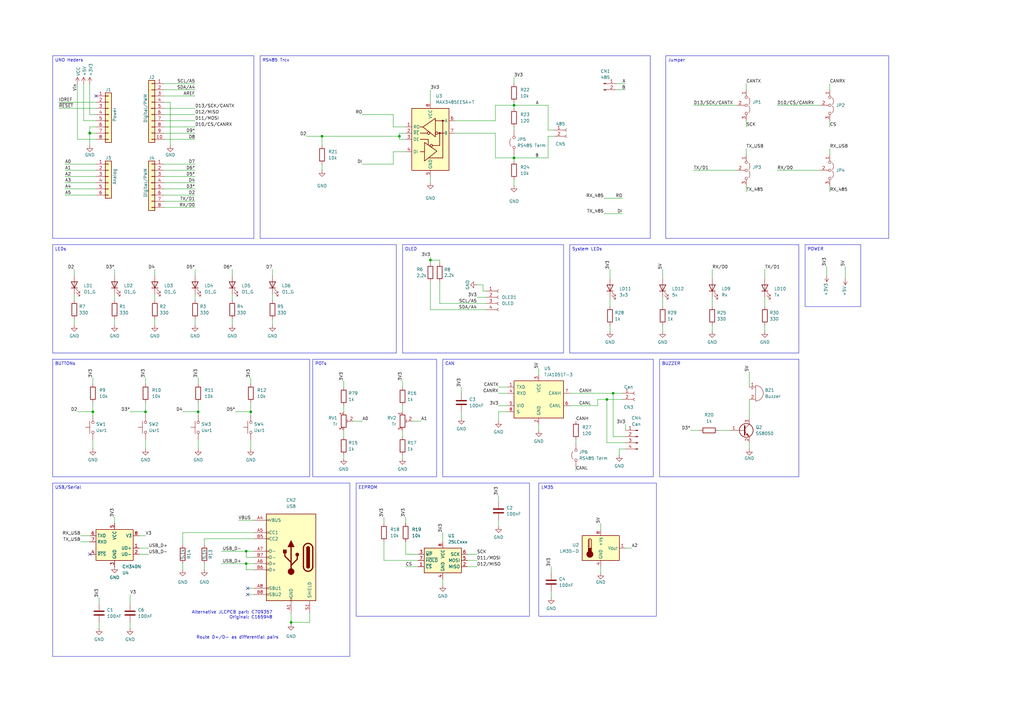
<source format=kicad_sch>
(kicad_sch (version 20250114) (generator "eeschema") (generator_version "9.0")
  (paper "A3")
  (title_block (date "mar. 31 mars 2015"))
  (text "Route D+/D- as differential pairs" (at 114.3 262.255 0) (effects (font (size 1.27 1.27)) (justify right bottom)))
  (text "Alternative JLCPCB part: C709357\nOriginal: C165948" (at 111.76 254 0) (effects (font (size 1.27 1.27)) (justify right bottom)))
  (text_box "System LEDs" (at 233.68 100.33 0) (size 93.98 44.45) (margins 0.9525 0.9525 0.9525 0.9525) (effects (font (size 1.27 1.27)) (justify left top)))
  (text_box "LEDs" (at 21.59 100.33 0) (size 140.97 44.45) (margins 0.9525 0.9525 0.9525 0.9525) (effects (font (size 1.27 1.27)) (justify left top)))
  (text_box "LM35" (at 220.98 198.12 0) (size 48.26 54.61) (margins 0.9525 0.9525 0.9525 0.9525) (effects (font (size 1.27 1.27)) (justify left top)))
  (text_box "CAN" (at 181.61 147.32 0) (size 86.36 48.26) (margins 0.9525 0.9525 0.9525 0.9525) (effects (font (size 1.27 1.27)) (justify left top)))
  (text_box "OLED" (at 165.1 100.33 0) (size 66.04 44.45) (margins 0.9525 0.9525 0.9525 0.9525) (effects (font (size 1.27 1.27)) (justify left top)))
  (text_box "EEPROM" (at 146.05 198.12 0) (size 71.12 54.61) (margins 0.9525 0.9525 0.9525 0.9525) (effects (font (size 1.27 1.27)) (justify left top)))
  (text_box "RS485 Trcv" (at 106.68 22.86 0) (size 160.02 74.93) (margins 0.9525 0.9525 0.9525 0.9525) (effects (font (size 1.27 1.27)) (justify left top)))
  (text_box "Jumper" (at 273.05 22.86 0) (size 91.44 74.93) (margins 0.9525 0.9525 0.9525 0.9525) (effects (font (size 1.27 1.27)) (justify left top)))
  (text_box "BUZZER" (at 270.51 147.32 0) (size 57.15 48.26) (margins 0.9525 0.9525 0.9525 0.9525) (effects (font (size 1.27 1.27)) (justify left top)))
  (text_box "POTs" (at 128.27 147.32 0) (size 50.8 48.26) (margins 0.9525 0.9525 0.9525 0.9525) (effects (font (size 1.27 1.27)) (justify left top)))
  (text_box "POWER" (at 330.2 100.33 0) (size 22.86 25.4) (margins 0.9525 0.9525 0.9525 0.9525) (effects (font (size 1.27 1.27)) (justify left top)))
  (text_box "UNO Heders" (at 21.59 22.86 0) (size 82.55 74.93) (margins 0.9525 0.9525 0.9525 0.9525) (effects (font (size 1.27 1.27)) (justify left top)))
  (text_box "USB/Serial" (at 21.59 198.12 0) (size 121.92 71.12) (margins 0.9525 0.9525 0.9525 0.9525) (effects (font (size 1.27 1.27)) (justify left top)))
  (text_box "BUTTONs" (at 21.59 147.32 0) (size 105.41 48.26) (margins 0.9525 0.9525 0.9525 0.9525) (effects (font (size 1.27 1.27)) (justify left top)))
  (junction (at 210.82 43.18))
  (junction (at 102.87 168.91))
  (junction (at 36.83 54.61) (diameter 1.016))
  (junction (at 100.965 226.06))
  (junction (at 210.82 64.77))
  (junction (at 81.28 168.91))
  (junction (at 100.965 231.14))
  (junction (at 248.92 163.83))
  (junction (at 132.08 55.88))
  (junction (at 119.38 255.27))
  (junction (at 38.1 168.91))
  (junction (at 251.46 161.29))
  (junction (at 176.53 106.68))
  (junction (at 59.69 168.91))
  (junction (at 163.83 55.88))
  (no_connect (at 36.83 227.33))
  (no_connect (at 101.6 241.3))
  (no_connect (at 39.37 39.37))
  (no_connect (at 101.6 243.84))
  (wire (pts (xy 271.78 133.35) (xy 271.78 135.89)))
  (wire (pts (xy 251.46 161.29) (xy 255.27 161.29)))
  (wire (pts (xy 67.31 85.09) (xy 80.01 85.09)))
  (wire (pts (xy 166.37 212.09) (xy 166.37 214.63)))
  (wire (pts (xy 59.69 154.94) (xy 59.69 157.48)))
  (wire (pts (xy 67.31 52.07) (xy 80.01 52.07)))
  (wire (pts (xy 210.82 52.07) (xy 210.82 53.34)))
  (wire (pts (xy 306.07 49.53) (xy 306.07 52.07)))
  (wire (pts (xy 67.31 34.29) (xy 80.01 34.29)))
  (wire (pts (xy 38.1 165.1) (xy 38.1 168.91)))
  (wire (pts (xy 111.76 130.81) (xy 111.76 133.35)))
  (wire (pts (xy 166.37 57.15) (xy 163.83 57.15)))
  (wire (pts (xy 294.64 176.53) (xy 299.72 176.53)))
  (wire (pts (xy 204.47 168.91) (xy 204.47 172.72)))
  (wire (pts (xy 104.14 218.44) (xy 74.93 218.44)))
  (wire (pts (xy 40.64 255.27) (xy 40.64 257.81)))
  (wire (pts (xy 119.38 255.27) (xy 119.38 255.905)))
  (wire (pts (xy 38.1 154.94) (xy 38.1 157.48)))
  (wire (pts (xy 247.65 87.63) (xy 255.27 87.63)))
  (wire (pts (xy 198.12 116.84) (xy 195.58 116.84)))
  (wire (pts (xy 30.48 120.65) (xy 30.48 123.19)))
  (wire (pts (xy 104.14 243.84) (xy 101.6 243.84)))
  (wire (pts (xy 36.83 52.07) (xy 36.83 54.61)))
  (wire (pts (xy 248.92 181.61) (xy 256.54 181.61)))
  (wire (pts (xy 246.38 214.63) (xy 246.38 217.17)))
  (wire (pts (xy 165.1 176.53) (xy 165.1 179.07)))
  (wire (pts (xy 26.67 80.01) (xy 39.37 80.01)))
  (wire (pts (xy 224.79 53.34) (xy 227.33 53.34)))
  (wire (pts (xy 210.82 73.66) (xy 210.82 76.2)))
  (wire (pts (xy 74.93 231.14) (xy 74.93 233.68)))
  (wire (pts (xy 292.1 121.92) (xy 292.1 125.73)))
  (wire (pts (xy 97.79 213.36) (xy 104.14 213.36)))
  (wire (pts (xy 251.46 161.29) (xy 251.46 179.07)))
  (wire (pts (xy 256.54 173.99) (xy 256.54 176.53)))
  (wire (pts (xy 224.79 55.88) (xy 227.33 55.88)))
  (wire (pts (xy 80.01 110.49) (xy 80.01 113.03)))
  (wire (pts (xy 132.08 55.88) (xy 132.08 59.69)))
  (wire (pts (xy 36.83 54.61) (xy 36.83 59.69)))
  (wire (pts (xy 340.36 60.96) (xy 340.36 63.5)))
  (wire (pts (xy 346.71 109.22) (xy 346.71 114.3)))
  (wire (pts (xy 140.97 186.69) (xy 140.97 187.96)))
  (wire (pts (xy 36.83 46.99) (xy 39.37 46.99)))
  (wire (pts (xy 247.65 81.28) (xy 255.27 81.28)))
  (wire (pts (xy 226.06 242.57) (xy 226.06 245.11)))
  (wire (pts (xy 59.69 168.91) (xy 59.69 170.18)))
  (wire (pts (xy 46.99 130.81) (xy 46.99 133.35)))
  (wire (pts (xy 186.69 49.53) (xy 203.2 49.53)))
  (wire (pts (xy 306.07 60.96) (xy 306.07 63.5)))
  (wire (pts (xy 224.79 43.18) (xy 224.79 53.34)))
  (wire (pts (xy 34.29 49.53) (xy 39.37 49.53)))
  (wire (pts (xy 203.2 49.53) (xy 203.2 43.18)))
  (wire (pts (xy 246.38 232.41) (xy 246.38 234.95)))
  (wire (pts (xy 34.29 34.29) (xy 34.29 49.53)))
  (wire (pts (xy 102.87 168.91) (xy 102.87 170.18)))
  (wire (pts (xy 102.87 154.94) (xy 102.87 157.48)))
  (wire (pts (xy 132.08 55.88) (xy 125.73 55.88)))
  (wire (pts (xy 236.22 180.34) (xy 236.22 181.61)))
  (wire (pts (xy 180.34 115.57) (xy 180.34 124.46)))
  (wire (pts (xy 195.58 121.92) (xy 199.39 121.92)))
  (wire (pts (xy 81.28 165.1) (xy 81.28 168.91)))
  (wire (pts (xy 248.92 163.83) (xy 255.27 163.83)))
  (wire (pts (xy 104.14 231.14) (xy 100.965 231.14)))
  (wire (pts (xy 166.37 227.33) (xy 166.37 222.25)))
  (wire (pts (xy 67.31 44.45) (xy 80.01 44.45)))
  (wire (pts (xy 203.2 43.18) (xy 210.82 43.18)))
  (wire (pts (xy 102.87 165.1) (xy 102.87 168.91)))
  (wire (pts (xy 36.83 34.29) (xy 36.83 46.99)))
  (wire (pts (xy 67.31 67.31) (xy 80.01 67.31)))
  (wire (pts (xy 144.78 172.72) (xy 148.59 172.72)))
  (wire (pts (xy 119.38 251.46) (xy 119.38 255.27)))
  (wire (pts (xy 39.37 67.31) (xy 26.67 67.31)))
  (wire (pts (xy 81.28 154.94) (xy 81.28 157.48)))
  (wire (pts (xy 318.77 43.18) (xy 336.55 43.18)))
  (wire (pts (xy 220.98 151.13) (xy 220.98 153.67)))
  (wire (pts (xy 67.31 46.99) (xy 80.01 46.99)))
  (wire (pts (xy 163.83 55.88) (xy 132.08 55.88)))
  (wire (pts (xy 57.15 219.71) (xy 59.69 219.71)))
  (wire (pts (xy 67.31 69.85) (xy 80.01 69.85)))
  (wire (pts (xy 306.07 76.2) (xy 306.07 78.74)))
  (wire (pts (xy 140.97 156.21) (xy 140.97 158.75)))
  (wire (pts (xy 157.48 212.09) (xy 157.48 214.63)))
  (wire (pts (xy 203.2 54.61) (xy 203.2 64.77)))
  (wire (pts (xy 166.37 54.61) (xy 163.83 54.61)))
  (wire (pts (xy 233.68 161.29) (xy 251.46 161.29)))
  (wire (pts (xy 176.53 105.41) (xy 176.53 106.68)))
  (wire (pts (xy 245.11 163.83) (xy 248.92 163.83)))
  (wire (pts (xy 224.79 64.77) (xy 224.79 55.88)))
  (wire (pts (xy 284.48 43.18) (xy 302.26 43.18)))
  (wire (pts (xy 80.01 120.65) (xy 80.01 123.19)))
  (wire (pts (xy 38.1 168.91) (xy 38.1 170.18)))
  (wire (pts (xy 46.99 110.49) (xy 46.99 113.03)))
  (wire (pts (xy 104.14 241.3) (xy 101.6 241.3)))
  (wire (pts (xy 132.08 67.31) (xy 132.08 69.85)))
  (wire (pts (xy 292.1 133.35) (xy 292.1 135.89)))
  (wire (pts (xy 57.15 224.79) (xy 60.96 224.79)))
  (wire (pts (xy 100.965 226.06) (xy 104.14 226.06)))
  (wire (pts (xy 210.82 64.77) (xy 224.79 64.77)))
  (wire (pts (xy 245.11 166.37) (xy 245.11 163.83)))
  (wire (pts (xy 67.31 54.61) (xy 80.01 54.61)))
  (wire (pts (xy 176.53 72.39) (xy 176.53 74.93)))
  (wire (pts (xy 100.965 226.06) (xy 90.805 226.06)))
  (wire (pts (xy 59.69 180.34) (xy 59.69 184.15)))
  (wire (pts (xy 161.29 67.31) (xy 161.29 62.23)))
  (wire (pts (xy 30.48 130.81) (xy 30.48 133.35)))
  (wire (pts (xy 313.69 121.92) (xy 313.69 125.73)))
  (wire (pts (xy 80.01 130.81) (xy 80.01 133.35)))
  (wire (pts (xy 46.99 120.65) (xy 46.99 123.19)))
  (wire (pts (xy 67.31 74.93) (xy 80.01 74.93)))
  (wire (pts (xy 204.47 203.2) (xy 204.47 205.74)))
  (wire (pts (xy 81.28 180.34) (xy 81.28 184.15)))
  (wire (pts (xy 252.73 36.83) (xy 256.54 36.83)))
  (wire (pts (xy 100.965 233.68) (xy 104.14 233.68)))
  (wire (pts (xy 30.48 110.49) (xy 30.48 113.03)))
  (wire (pts (xy 57.15 227.33) (xy 60.96 227.33)))
  (wire (pts (xy 24.13 41.91) (xy 39.37 41.91)))
  (wire (pts (xy 176.53 127) (xy 199.39 127)))
  (wire (pts (xy 95.25 120.65) (xy 95.25 123.19)))
  (wire (pts (xy 104.14 228.6) (xy 100.965 228.6)))
  (wire (pts (xy 63.5 120.65) (xy 63.5 123.19)))
  (wire (pts (xy 165.1 166.37) (xy 165.1 168.91)))
  (wire (pts (xy 236.22 191.77) (xy 236.22 193.04)))
  (wire (pts (xy 340.36 34.29) (xy 340.36 36.83)))
  (wire (pts (xy 204.47 161.29) (xy 208.28 161.29)))
  (wire (pts (xy 313.69 133.35) (xy 313.69 135.89)))
  (wire (pts (xy 339.09 109.22) (xy 339.09 113.03)))
  (wire (pts (xy 31.75 168.91) (xy 38.1 168.91)))
  (wire (pts (xy 102.87 180.34) (xy 102.87 184.15)))
  (wire (pts (xy 111.76 110.49) (xy 111.76 113.03)))
  (wire (pts (xy 69.85 41.91) (xy 69.85 59.69)))
  (wire (pts (xy 191.77 229.87) (xy 195.58 229.87)))
  (wire (pts (xy 74.93 168.91) (xy 81.28 168.91)))
  (wire (pts (xy 140.97 166.37) (xy 140.97 168.91)))
  (wire (pts (xy 204.47 166.37) (xy 208.28 166.37)))
  (wire (pts (xy 226.06 232.41) (xy 226.06 234.95)))
  (wire (pts (xy 191.77 227.33) (xy 195.58 227.33)))
  (wire (pts (xy 53.34 255.27) (xy 53.34 257.81)))
  (wire (pts (xy 210.82 43.18) (xy 210.82 44.45)))
  (wire (pts (xy 250.19 110.49) (xy 250.19 114.3)))
  (wire (pts (xy 198.12 119.38) (xy 198.12 116.84)))
  (wire (pts (xy 67.31 39.37) (xy 80.01 39.37)))
  (wire (pts (xy 189.23 158.75) (xy 189.23 161.29)))
  (wire (pts (xy 39.37 72.39) (xy 26.67 72.39)))
  (wire (pts (xy 248.92 163.83) (xy 248.92 181.61)))
  (wire (pts (xy 24.13 44.45) (xy 39.37 44.45)))
  (wire (pts (xy 233.68 166.37) (xy 245.11 166.37)))
  (wire (pts (xy 100.965 228.6) (xy 100.965 226.06)))
  (wire (pts (xy 307.34 181.61) (xy 307.34 184.15)))
  (wire (pts (xy 39.37 54.61) (xy 36.83 54.61)))
  (wire (pts (xy 163.83 57.15) (xy 163.83 55.88)))
  (wire (pts (xy 171.45 229.87) (xy 157.48 229.87)))
  (wire (pts (xy 271.78 110.49) (xy 271.78 114.3)))
  (wire (pts (xy 252.73 34.29) (xy 256.54 34.29)))
  (wire (pts (xy 81.28 168.91) (xy 81.28 170.18)))
  (wire (pts (xy 63.5 130.81) (xy 63.5 133.35)))
  (wire (pts (xy 203.2 64.77) (xy 210.82 64.77)))
  (wire (pts (xy 74.93 218.44) (xy 74.93 223.52)))
  (wire (pts (xy 165.1 186.69) (xy 165.1 187.96)))
  (wire (pts (xy 127 251.46) (xy 127 255.27)))
  (wire (pts (xy 46.99 212.09) (xy 46.99 214.63)))
  (wire (pts (xy 104.14 220.98) (xy 83.82 220.98)))
  (wire (pts (xy 271.78 121.92) (xy 271.78 125.73)))
  (wire (pts (xy 39.37 57.15) (xy 31.75 57.15)))
  (wire (pts (xy 307.34 152.4) (xy 307.34 158.75)))
  (wire (pts (xy 250.19 133.35) (xy 250.19 135.89)))
  (wire (pts (xy 176.53 36.83) (xy 176.53 41.91)))
  (wire (pts (xy 166.37 232.41) (xy 171.45 232.41)))
  (wire (pts (xy 165.1 156.21) (xy 165.1 158.75)))
  (wire (pts (xy 26.67 69.85) (xy 39.37 69.85)))
  (wire (pts (xy 111.76 120.65) (xy 111.76 123.19)))
  (wire (pts (xy 176.53 106.68) (xy 176.53 107.95)))
  (wire (pts (xy 38.1 180.34) (xy 38.1 184.15)))
  (wire (pts (xy 161.29 62.23) (xy 166.37 62.23)))
  (wire (pts (xy 176.53 115.57) (xy 176.53 127)))
  (wire (pts (xy 63.5 110.49) (xy 63.5 113.03)))
  (wire (pts (xy 163.83 54.61) (xy 163.83 55.88)))
  (wire (pts (xy 96.52 168.91) (xy 102.87 168.91)))
  (wire (pts (xy 250.19 121.92) (xy 250.19 125.73)))
  (wire (pts (xy 340.36 49.53) (xy 340.36 52.07)))
  (wire (pts (xy 67.31 41.91) (xy 69.85 41.91)))
  (wire (pts (xy 33.02 219.71) (xy 36.83 219.71)))
  (wire (pts (xy 39.37 52.07) (xy 36.83 52.07)))
  (wire (pts (xy 148.59 46.99) (xy 161.29 46.99)))
  (wire (pts (xy 157.48 229.87) (xy 157.48 222.25)))
  (wire (pts (xy 340.36 76.2) (xy 340.36 78.74)))
  (wire (pts (xy 67.31 49.53) (xy 80.01 49.53)))
  (wire (pts (xy 180.34 124.46) (xy 199.39 124.46)))
  (wire (pts (xy 199.39 119.38) (xy 198.12 119.38)))
  (wire (pts (xy 67.31 72.39) (xy 80.01 72.39)))
  (wire (pts (xy 204.47 158.75) (xy 208.28 158.75)))
  (wire (pts (xy 26.67 74.93) (xy 39.37 74.93)))
  (wire (pts (xy 254 184.15) (xy 254 186.69)))
  (wire (pts (xy 53.34 243.84) (xy 53.34 247.65)))
  (wire (pts (xy 204.47 213.36) (xy 204.47 215.9)))
  (wire (pts (xy 318.77 69.85) (xy 336.55 69.85)))
  (wire (pts (xy 313.69 110.49) (xy 313.69 114.3)))
  (wire (pts (xy 180.34 107.95) (xy 180.34 106.68)))
  (wire (pts (xy 292.1 110.49) (xy 292.1 114.3)))
  (wire (pts (xy 161.29 52.07) (xy 166.37 52.07)))
  (wire (pts (xy 283.21 176.53) (xy 287.02 176.53)))
  (wire (pts (xy 171.45 227.33) (xy 166.37 227.33)))
  (wire (pts (xy 181.61 237.49) (xy 181.61 240.03)))
  (wire (pts (xy 40.64 245.11) (xy 40.64 247.65)))
  (wire (pts (xy 168.91 172.72) (xy 172.72 172.72)))
  (wire (pts (xy 251.46 179.07) (xy 256.54 179.07)))
  (wire (pts (xy 67.31 36.83) (xy 80.01 36.83)))
  (wire (pts (xy 95.25 110.49) (xy 95.25 113.03)))
  (wire (pts (xy 67.31 80.01) (xy 80.01 80.01)))
  (wire (pts (xy 67.31 77.47) (xy 80.01 77.47)))
  (wire (pts (xy 59.69 165.1) (xy 59.69 168.91)))
  (wire (pts (xy 307.34 163.83) (xy 307.34 171.45)))
  (wire (pts (xy 53.34 168.91) (xy 59.69 168.91)))
  (wire (pts (xy 189.23 168.91) (xy 189.23 171.45)))
  (wire (pts (xy 306.07 34.29) (xy 306.07 36.83)))
  (wire (pts (xy 148.59 67.31) (xy 161.29 67.31)))
  (wire (pts (xy 210.82 31.75) (xy 210.82 34.29)))
  (wire (pts (xy 140.97 176.53) (xy 140.97 179.07)))
  (wire (pts (xy 83.82 231.14) (xy 83.82 233.68)))
  (wire (pts (xy 210.82 64.77) (xy 210.82 66.04)))
  (wire (pts (xy 161.29 46.99) (xy 161.29 52.07)))
  (wire (pts (xy 127 255.27) (xy 119.38 255.27)))
  (wire (pts (xy 180.34 106.68) (xy 176.53 106.68)))
  (wire (pts (xy 186.69 54.61) (xy 203.2 54.61)))
  (wire (pts (xy 100.965 231.14) (xy 100.965 233.68)))
  (wire (pts (xy 210.82 43.18) (xy 224.79 43.18)))
  (wire (pts (xy 208.28 168.91) (xy 204.47 168.91)))
  (wire (pts (xy 210.82 41.91) (xy 210.82 43.18)))
  (wire (pts (xy 210.82 63.5) (xy 210.82 64.77)))
  (wire (pts (xy 256.54 224.79) (xy 259.08 224.79)))
  (wire (pts (xy 181.61 218.44) (xy 181.61 222.25)))
  (wire (pts (xy 100.965 231.14) (xy 90.805 231.14)))
  (wire (pts (xy 67.31 82.55) (xy 80.01 82.55)))
  (wire (pts (xy 284.48 69.85) (xy 302.26 69.85)))
  (wire (pts (xy 31.75 57.15) (xy 31.75 34.29)))
  (wire (pts (xy 256.54 184.15) (xy 254 184.15)))
  (wire (pts (xy 220.98 173.99) (xy 220.98 176.53)))
  (wire (pts (xy 95.25 130.81) (xy 95.25 133.35)))
  (wire (pts (xy 33.02 222.25) (xy 36.83 222.25)))
  (wire (pts (xy 39.37 77.47) (xy 26.67 77.47)))
  (wire (pts (xy 83.82 220.98) (xy 83.82 223.52)))
  (wire (pts (xy 191.77 232.41) (xy 195.58 232.41)))
  (wire (pts (xy 67.31 57.15) (xy 80.01 57.15)))
  (label "RX{slash}D0" (at 80.01 85.09 180))
  (label "RX_485" (at 340.36 78.74 0))
  (label "SCK" (at 195.58 227.33 0))
  (label "A2" (at 26.67 72.39 0))
  (label "USB_D+" (at 99.06 231.14 180))
  (label "D4" (at 80.01 74.93 180))
  (label "3V3" (at 166.37 212.09 90))
  (label "RX_USB" (at 340.36 60.96 0))
  (label "D13{slash}SCK{slash}CANTX" (at 284.48 43.18 0))
  (label "DI" (at 148.59 67.31 180))
  (label "3V3" (at 38.1 154.94 90))
  (label "3V3" (at 226.06 232.41 90))
  (label "B" (at 220.98 64.77 180))
  (label "5V" (at 307.34 152.4 90))
  (label "TX_485" (at 306.07 78.74 0))
  (label "D2" (at 30.48 110.49 180))
  (label "D2" (at 80.01 80.01 180))
  (label "SDA{slash}A4" (at 195.58 127 180))
  (label "RX_USB" (at 33.02 219.71 180))
  (label "3V3" (at 46.99 212.09 90))
  (label "5V" (at 271.78 110.49 90))
  (label "A3" (at 26.67 74.93 0))
  (label "USB_D-" (at 60.96 227.33 0))
  (label "3V3" (at 59.69 154.94 90))
  (label "D13{slash}SCK{slash}CANTX" (at 80.01 44.45 0))
  (label "TX{slash}D1" (at 284.48 69.85 0))
  (label "5V" (at 246.38 214.63 90))
  (label "D12{slash}MISO" (at 80.01 46.99 0))
  (label "CANRX" (at 340.36 34.29 0))
  (label "~{RESET}" (at 24.13 44.45 0))
  (label "CANH" (at 236.22 172.72 0))
  (label "D10{slash}CS{slash}CANRX" (at 80.01 52.07 0))
  (label "V3" (at 59.69 219.71 0))
  (label "A1" (at 172.72 172.72 0))
  (label "DI" (at 255.27 87.63 180))
  (label "RO" (at 148.59 46.99 180))
  (label "V3" (at 53.34 243.84 0))
  (label "5V" (at 220.98 151.13 90))
  (label "3V3" (at 204.47 203.2 90))
  (label "3V3" (at 250.19 110.49 90))
  (label "CANL" (at 237.49 166.37 0))
  (label "CANH" (at 237.49 161.29 0))
  (label "3V3" (at 81.28 154.94 90))
  (label "D4" (at 63.5 110.49 180))
  (label "TX_USB" (at 306.07 60.96 0))
  (label "D2" (at 125.73 55.88 180))
  (label "A" (at 220.98 43.18 180))
  (label "RX_485" (at 247.65 81.28 180))
  (label "RX{slash}D0" (at 292.1 110.49 0))
  (label "3V3" (at 189.23 158.75 90))
  (label "CANRX" (at 204.47 161.29 180))
  (label "CS" (at 166.37 232.41 0))
  (label "D7" (at 80.01 67.31 180))
  (label "SDA{slash}A4" (at 80.01 36.83 180))
  (label "D10{slash}CS{slash}CANRX" (at 318.77 43.18 0))
  (label "D8" (at 80.01 57.15 180))
  (label "USB_D+" (at 60.96 224.79 0))
  (label "3V3" (at 181.61 218.44 90))
  (label "CANL" (at 236.22 193.04 0))
  (label "CS" (at 340.36 52.07 0))
  (label "D3*" (at 283.21 176.53 180))
  (label "D3*" (at 46.99 110.49 180))
  (label "D11{slash}MOSI" (at 80.01 49.53 0))
  (label "D3*" (at 80.01 77.47 180))
  (label "3V3" (at 339.09 109.22 90))
  (label "D3*" (at 53.34 168.91 180))
  (label "USB_D-" (at 99.06 226.06 180))
  (label "3V3" (at 140.97 156.21 90))
  (label "TX_485" (at 247.65 87.63 180))
  (label "SCK" (at 306.07 52.07 0))
  (label "A1" (at 26.67 69.85 0))
  (label "TX_USB" (at 33.02 222.25 180))
  (label "TX{slash}D1" (at 80.01 82.55 180))
  (label "D5*" (at 80.01 110.49 180))
  (label "A0" (at 26.67 67.31 0))
  (label "D6*" (at 95.25 110.49 180))
  (label "AREF" (at 80.01 39.37 180))
  (label "3V3" (at 210.82 31.75 0))
  (label "D5*" (at 96.52 168.91 180))
  (label "SCL{slash}A5" (at 195.58 124.46 180))
  (label "3V3" (at 40.64 245.11 90))
  (label "Vin" (at 31.75 34.29 270))
  (label "D11{slash}MOSI" (at 195.58 229.87 0))
  (label "3V3" (at 165.1 156.21 90))
  (label "3V3" (at 195.58 121.92 180))
  (label "RX{slash}D0" (at 318.77 69.85 0))
  (label "5V" (at 346.71 109.22 90))
  (label "D12{slash}MISO" (at 195.58 232.41 0))
  (label "D6*" (at 80.01 69.85 180))
  (label "B" (at 256.54 36.83 180))
  (label "SCL{slash}A5" (at 80.01 34.29 180))
  (label "D9*" (at 80.01 54.61 180))
  (label "3V3" (at 176.53 36.83 0))
  (label "A0" (at 148.59 172.72 0))
  (label "3V3" (at 102.87 154.94 90))
  (label "TX{slash}D1" (at 313.69 110.49 0))
  (label "D5*" (at 80.01 72.39 180))
  (label "D7" (at 111.76 110.49 180))
  (label "IOREF" (at 24.13 41.91 0))
  (label "RO" (at 255.27 81.28 180))
  (label "D4" (at 74.93 168.91 180))
  (label "CANTX" (at 306.07 34.29 0))
  (label "CANTX" (at 204.47 158.75 180))
  (label "3V3" (at 157.48 212.09 90))
  (label "3V3" (at 256.54 173.99 180))
  (label "3V3" (at 176.53 105.41 180))
  (label "A4" (at 26.67 77.47 0))
  (label "A5" (at 26.67 80.01 0))
  (label "VBUS" (at 97.79 213.36 0))
  (label "3V3" (at 204.47 166.37 180))
  (label "D2" (at 31.75 168.91 180))
  (label "A2" (at 259.08 224.79 0))
  (label "A" (at 256.54 34.29 180))
  (symbol (lib_id "Connector_Generic:Conn_01x08") (at 44.45 46.99 0) (unit 1) (in_bom no)
    (property "Reference" "J1" (at 44.45 36.83 0))
    (property "Value" "Power" (at 46.99 46.99 90))
    (property "Footprint" "Connector_PinSocket_2.54mm:PinSocket_1x08_P2.54mm_Vertical" (effects (hide yes)))
    (property "Datasheet" "~" (at 44.45 46.99 0))
    (property "Description" "Generic connector, single row, 01x08, script generated (kicad-library-utils/schlib/autogen/connector/)" (effects (hide yes)))
  )
  (symbol (lib_id "power:+3V3") (at 36.83 34.29 0) (unit 1)
    (property "Reference" "#PWR03" (effects (hide yes)))
    (property "Value" "+3V3" (at 37.211 31.242 90) (effects (justify left)))
    (property "Description" "Power symbol creates a global label with name \"+3V3\"" (effects (hide yes)))
  )
  (symbol (lib_id "power:+5V") (at 34.29 34.29 0) (unit 1)
    (property "Reference" "#PWR02" (effects (hide yes)))
    (property "Value" "+5V" (at 34.6456 31.242 90) (effects (justify left)))
    (property "Description" "Power symbol creates a global label with name \"+5V\"" (effects (hide yes)))
  )
  (symbol (lib_id "power:GND") (at 36.83 59.69 0) (unit 1)
    (property "Reference" "#PWR04" (effects (hide yes)))
    (property "Value" "GND" (at 36.83 63.5 0))
    (property "Description" "Power symbol creates a global label with name \"GND\" , ground" (effects (hide yes)))
  )
  (symbol (lib_id "Connector_Generic:Conn_01x10") (at 62.23 44.45 0) (mirror y) (unit 1) (in_bom no)
    (property "Reference" "J2" (at 62.23 31.75 0))
    (property "Value" "Digital/PWM" (at 59.69 44.45 90))
    (property "Footprint" "Connector_PinSocket_2.54mm:PinSocket_1x10_P2.54mm_Vertical" (effects (hide yes)))
    (property "Datasheet" "~" (at 62.23 44.45 0))
    (property "Description" "Generic connector, single row, 01x10, script generated (kicad-library-utils/schlib/autogen/connector/)" (effects (hide yes)))
  )
  (symbol (lib_id "power:GND") (at 69.85 59.69 0) (unit 1)
    (property "Reference" "#PWR05" (effects (hide yes)))
    (property "Value" "GND" (at 69.85 63.5 0))
    (property "Description" "Power symbol creates a global label with name \"GND\" , ground" (effects (hide yes)))
  )
  (symbol (lib_id "Connector_Generic:Conn_01x06") (at 44.45 72.39 0) (unit 1) (in_bom no)
    (property "Reference" "J3" (at 44.45 64.77 0))
    (property "Value" "Analog" (at 46.99 72.39 90))
    (property "Footprint" "Connector_PinSocket_2.54mm:PinSocket_1x06_P2.54mm_Vertical" (effects (hide yes)))
    (property "Description" "Generic connector, single row, 01x06, script generated (kicad-library-utils/schlib/autogen/connector/)" (effects (hide yes)))
  )
  (symbol (lib_id "Connector_Generic:Conn_01x08") (at 62.23 74.93 0) (mirror y) (unit 1) (in_bom no)
    (property "Reference" "J4" (at 62.23 64.77 0))
    (property "Value" "Digital/PWM" (at 59.69 74.93 90))
    (property "Footprint" "Connector_PinSocket_2.54mm:PinSocket_1x08_P2.54mm_Vertical" (effects (hide yes)))
    (property "Datasheet" "~" (at 62.23 74.93 0))
    (property "Description" "Generic connector, single row, 01x08, script generated (kicad-library-utils/schlib/autogen/connector/)" (effects (hide yes)))
  )
  (symbol (lib_id "power:GND") (at 140.97 187.96 0) (unit 1)
    (property "Reference" "#PWR022" (effects (hide yes)))
    (property "Value" "GND" (at 140.97 192.405 0))
  )
  (symbol (lib_id "Device:R") (at 81.28 161.29 0) (unit 1)
    (property "Reference" "R11" (at 83.82 160.0199 0) (effects (justify left)))
    (property "Value" "10k" (at 83.82 162.5599 0) (effects (justify left)))
    (property "Footprint" "Resistor_SMD:R_0402_1005Metric" (effects (hide yes)))
    (property "LCSC" "C174175" (effects (hide yes)))
  )
  (symbol (lib_id "Device:R") (at 46.99 127 0) (unit 1)
    (property "Reference" "R1" (at 48.895 125.7299 0) (effects (justify left)))
    (property "Value" "330" (at 48.895 128.2699 0) (effects (justify left)))
    (property "Footprint" "Resistor_SMD:R_0402_1005Metric" (effects (hide yes)))
    (property "LCSC" "C25104" (effects (hide yes)))
  )
  (symbol (lib_id "power:GND") (at 246.38 234.95 0) (unit 1)
    (property "Reference" "#PWR031" (effects (hide yes)))
    (property "Value" "GND" (at 246.38 238.76 0))
    (property "Description" "Power symbol creates a global label with name \"GND\" , ground" (effects (hide yes)))
  )
  (symbol (lib_id "power:GND") (at 181.61 240.03 0) (unit 1)
    (property "Reference" "#PWR024" (effects (hide yes)))
    (property "Value" "GND" (at 181.61 244.475 0))
  )
  (symbol (lib_id "Device:R") (at 95.25 127 0) (unit 1)
    (property "Reference" "R4" (at 97.155 125.7299 0) (effects (justify left)))
    (property "Value" "330" (at 97.155 128.2699 0) (effects (justify left)))
    (property "Footprint" "Resistor_SMD:R_0402_1005Metric" (effects (hide yes)))
    (property "LCSC" "C25104" (effects (hide yes)))
  )
  (symbol (lib_id "Device:LED") (at 250.19 118.11 90) (unit 1)
    (property "Reference" "LD11" (at 254 118.4274 90) (effects (justify right)))
    (property "Value" "3v3" (at 254 120.9674 90) (effects (justify right)))
    (property "Footprint" "LED_SMD:LED_0603_1608Metric" (effects (hide yes)))
    (property "LCSC" "C2286" (effects (hide yes)))
  )
  (symbol (lib_id "power:GND") (at 102.87 184.15 0) (unit 1)
    (property "Reference" "#PWR018" (effects (hide yes)))
    (property "Value" "GND" (at 102.87 188.595 0))
  )
  (symbol (lib_id "Device:R") (at 180.34 111.76 0) (unit 1)
    (property "Reference" "R8" (at 182.118 110.5916 0) (effects (justify left)))
    (property "Value" "2.2k" (at 182.118 112.903 0) (effects (justify left)))
    (property "Footprint" "Resistor_SMD:R_0603_1608Metric" (effects (hide yes)))
    (property "Manf" "0603_R" (effects (hide yes)))
  )
  (symbol (lib_id "Device:R") (at 165.1 162.56 0) (unit 1)
    (property "Reference" "R16" (at 167.005 161.2899 0) (effects (justify left)))
    (property "Value" "1k" (at 167.005 163.8299 0) (effects (justify left)))
    (property "Footprint" "Resistor_SMD:R_0402_1005Metric" (effects (hide yes)))
    (property "LCSC" "C140196" (effects (hide yes)))
  )
  (symbol (lib_id "power:GND") (at 220.98 176.53 0) (unit 1)
    (property "Reference" "#PWR026" (effects (hide yes)))
    (property "Value" "GND" (at 220.98 180.975 0))
  )
  (symbol (lib_id "power:GND") (at 176.53 74.93 0) (unit 1)
    (property "Reference" "#PWR036" (effects (hide yes)))
    (property "Value" "GND" (at 176.53 81.28 0))
  )
  (symbol (lib_id "Device:LED") (at 80.01 116.84 90) (unit 1)
    (property "Reference" "LD4" (at 83.82 117.1575 90) (effects (justify right)))
    (property "Value" "O1_G" (at 83.82 119.6975 90) (effects (justify right)))
    (property "Footprint" "LED_SMD:LED_0603_1608Metric" (effects (hide yes)))
    (property "LCSC" "C12624" (effects (hide yes)))
  )
  (symbol (lib_id "Device:C") (at 53.34 251.46 0) (unit 1)
    (property "Reference" "C6" (at 56.515 250.1899 0) (effects (justify left)))
    (property "Value" "100nF" (at 56.515 252.7299 0) (effects (justify left)))
    (property "Footprint" "Capacitor_SMD:C_0402_1005Metric" (effects (hide yes)))
    (property "LCSC" "C155422" (effects (hide yes)))
  )
  (symbol (lib_id "Device:R") (at 132.08 63.5 0) (unit 1)
    (property "Reference" "R21" (at 134.62 62.2299 0) (effects (justify left)))
    (property "Value" "10k" (at 134.62 64.7699 0) (effects (justify left)))
    (property "Footprint" "Resistor_SMD:R_0402_1005Metric" (effects (hide yes)))
    (property "LCSC" "C174175" (effects (hide yes)))
  )
  (symbol (lib_id "Jumper:Jumper_3_Open") (at 306.07 43.18 270) (unit 1)
    (property "Reference" "JP1" (at 308.61 41.9099 90) (effects (justify left)))
    (property "Value" "Jmp" (effects (hide yes)))
    (property "Footprint" "Connector_PinHeader_2.54mm:PinHeader_1x03_P2.54mm_Vertical" (effects (hide yes)))
    (property "Description" "Jumper, 3-pole, both open" (effects (hide yes)))
    (property "LCSC" "C49257" (effects (hide yes)))
  )
  (symbol (lib_id "power:GND") (at 63.5 133.35 0) (unit 1)
    (property "Reference" "#PWR08" (effects (hide yes)))
    (property "Value" "GND" (at 63.5 137.795 0))
  )
  (symbol (lib_id "power:GND") (at 313.69 135.89 0) (unit 1)
    (property "Reference" "#PWR041" (effects (hide yes)))
    (property "Value" "GND" (at 313.69 140.335 0))
  )
  (symbol (lib_id "Device:R") (at 271.78 129.54 0) (unit 1)
    (property "Reference" "R29" (at 273.685 128.2699 0) (effects (justify left)))
    (property "Value" "1k" (at 273.685 130.8099 0) (effects (justify left)))
    (property "Footprint" "Resistor_SMD:R_0402_1005Metric" (effects (hide yes)))
    (property "LCSC" "C140196" (effects (hide yes)))
  )
  (symbol (lib_id "power:GND") (at 132.08 69.85 0) (unit 1)
    (property "Reference" "#PWR035" (effects (hide yes)))
    (property "Value" "GND" (at 132.08 76.2 0))
  )
  (symbol (lib_id "Jumper:Jumper_3_Open") (at 340.36 69.85 270) (unit 1)
    (property "Reference" "JP4" (at 342.9 69.8499 90) (effects (justify left)))
    (property "Value" "Jmp" (effects (hide yes)))
    (property "Footprint" "Connector_PinHeader_2.54mm:PinHeader_1x03_P2.54mm_Vertical" (effects (hide yes)))
    (property "Description" "Jumper, 3-pole, both open" (effects (hide yes)))
    (property "LCSC" "C49257" (effects (hide yes)))
  )
  (symbol (lib_id "Switch:SW_Push") (at 102.87 175.26 90) (unit 1)
    (property "Reference" "SW4" (at 104.14 173.99 90) (effects (justify right)))
    (property "Value" "Usr1" (at 104.14 176.53 90) (effects (justify right)))
    (property "Footprint" "Button_Switch_SMD:SW_SPST_PTS810" (effects (hide yes)))
    (property "LCSC" "C221895" (effects (hide yes)))
  )
  (symbol (lib_id "power:GND") (at 81.28 184.15 0) (unit 1)
    (property "Reference" "#PWR017" (effects (hide yes)))
    (property "Value" "GND" (at 81.28 188.595 0))
  )
  (symbol (lib_id "power:GND") (at 119.38 255.905 0) (mirror y) (unit 1)
    (property "Reference" "#PWR0124" (effects (hide yes)))
    (property "Value" "GND" (at 119.38 260.985 0))
  )
  (symbol (lib_id "Device:LED") (at 46.99 116.84 90) (unit 1)
    (property "Reference" "LD2" (at 50.8 117.1575 90) (effects (justify right)))
    (property "Value" "O1_G" (at 50.8 119.6975 90) (effects (justify right)))
    (property "Footprint" "LED_SMD:LED_0603_1608Metric" (effects (hide yes)))
    (property "LCSC" "C12624" (effects (hide yes)))
  )
  (symbol (lib_id "Connector:Conn_01x02_Pin") (at 247.65 34.29 0) (unit 1)
    (property "Reference" "CN1" (at 248.285 29.21 0))
    (property "Value" "485" (at 248.285 31.75 0))
    (property "Footprint" "Connector_PinHeader_2.54mm:PinHeader_1x02_P2.54mm_Vertical" (effects (hide yes)))
    (property "Description" "Generic connector, single row, 01x02, script generated" (effects (hide yes)))
    (property "LCSC" "C5360898" (effects (hide yes)))
  )
  (symbol (lib_id "Device:R") (at 290.83 176.53 90) (unit 1)
    (property "Reference" "R20" (at 290.83 170.18 90))
    (property "Value" "1k" (at 290.83 172.72 90))
    (property "Footprint" "Resistor_SMD:R_0402_1005Metric" (effects (hide yes)))
    (property "LCSC" "C140196" (effects (hide yes)))
  )
  (symbol (lib_id "Device:R") (at 176.53 111.76 0) (unit 1)
    (property "Reference" "R6" (at 170.815 110.49 0) (effects (justify left)))
    (property "Value" "2.2k" (at 170.815 113.03 0) (effects (justify left)))
    (property "Footprint" "Resistor_SMD:R_0603_1608Metric" (effects (hide yes)))
    (property "Manf" "0603_R" (effects (hide yes)))
  )
  (symbol (lib_id "Device:R") (at 165.1 182.88 0) (unit 1)
    (property "Reference" "R17" (at 167.005 181.6099 0) (effects (justify left)))
    (property "Value" "1k" (at 167.005 184.1499 0) (effects (justify left)))
    (property "Footprint" "Resistor_SMD:R_0402_1005Metric" (effects (hide yes)))
    (property "LCSC" "C140196" (effects (hide yes)))
  )
  (symbol (lib_id "power:GND") (at 59.69 184.15 0) (unit 1)
    (property "Reference" "#PWR016" (effects (hide yes)))
    (property "Value" "GND" (at 59.69 188.595 0))
  )
  (symbol (lib_id "power:GND") (at 111.76 133.35 0) (unit 1)
    (property "Reference" "#PWR011" (effects (hide yes)))
    (property "Value" "GND" (at 111.76 137.795 0))
  )
  (symbol (lib_id "power:GND") (at 307.34 184.15 0) (unit 1)
    (property "Reference" "#PWR032" (effects (hide yes)))
    (property "Value" "GND" (at 307.34 187.96 0))
    (property "Description" "Power symbol creates a global label with name \"GND\" , ground" (effects (hide yes)))
  )
  (symbol (lib_id "Device:C") (at 204.47 209.55 0) (unit 1)
    (property "Reference" "C2" (at 207.645 208.2799 0) (effects (justify left)))
    (property "Value" "100nF" (at 207.645 210.8199 0) (effects (justify left)))
    (property "Footprint" "Capacitor_SMD:C_0402_1005Metric" (effects (hide yes)))
    (property "LCSC" "C155422" (effects (hide yes)))
  )
  (symbol (lib_id "Device:C") (at 226.06 238.76 0) (unit 1)
    (property "Reference" "C4" (at 229.235 237.4899 0) (effects (justify left)))
    (property "Value" "100nF" (at 229.235 240.0299 0) (effects (justify left)))
    (property "Footprint" "Capacitor_SMD:C_0402_1005Metric" (effects (hide yes)))
    (property "LCSC" "C155422" (effects (hide yes)))
  )
  (symbol (lib_id "power:GND") (at 204.47 172.72 0) (unit 1)
    (property "Reference" "#PWR027" (effects (hide yes)))
    (property "Value" "GND" (at 204.47 177.165 0))
  )
  (symbol (lib_id "Device:LED") (at 30.48 116.84 90) (unit 1)
    (property "Reference" "LD1" (at 34.29 117.1575 90) (effects (justify right)))
    (property "Value" "O1_G" (at 34.29 119.6975 90) (effects (justify right)))
    (property "Footprint" "LED_SMD:LED_0603_1608Metric" (effects (hide yes)))
    (property "LCSC" "C12624" (effects (hide yes)))
  )
  (symbol (lib_id "Device:R") (at 157.48 218.44 0) (unit 1)
    (property "Reference" "R18" (at 160.02 217.1699 0) (effects (justify left)))
    (property "Value" "10k" (at 160.02 219.7099 0) (effects (justify left)))
    (property "Footprint" "Resistor_SMD:R_0402_1005Metric" (effects (hide yes)))
    (property "LCSC" "C174175" (effects (hide yes)))
  )
  (symbol (lib_id "power:GND") (at 195.58 116.84 270) (unit 1)
    (property "Reference" "#PWR034" (effects (hide yes)))
    (property "Value" "GND" (at 191.77 116.84 0))
    (property "Description" "Power symbol creates a global label with name \"GND\" , ground" (effects (hide yes)))
  )
  (symbol (lib_id "Device:R") (at 166.37 218.44 0) (unit 1)
    (property "Reference" "R19" (at 168.91 217.1699 0) (effects (justify left)))
    (property "Value" "10k" (at 168.91 219.7099 0) (effects (justify left)))
    (property "Footprint" "Resistor_SMD:R_0402_1005Metric" (effects (hide yes)))
    (property "LCSC" "C174175" (effects (hide yes)))
  )
  (symbol (lib_id "Device:R") (at 80.01 127 0) (unit 1)
    (property "Reference" "R3" (at 81.915 125.7299 0) (effects (justify left)))
    (property "Value" "330" (at 81.915 128.2699 0) (effects (justify left)))
    (property "Footprint" "Resistor_SMD:R_0402_1005Metric" (effects (hide yes)))
    (property "LCSC" "C25104" (effects (hide yes)))
  )
  (symbol (lib_id "Device:R") (at 313.69 129.54 0) (unit 1)
    (property "Reference" "R30" (at 315.595 128.2699 0) (effects (justify left)))
    (property "Value" "330" (at 315.595 130.8099 0) (effects (justify left)))
    (property "Footprint" "Resistor_SMD:R_0402_1005Metric" (effects (hide yes)))
    (property "LCSC" "C25104" (effects (hide yes)))
  )
  (symbol (lib_id "power:GND") (at 80.01 133.35 0) (unit 1)
    (property "Reference" "#PWR09" (effects (hide yes)))
    (property "Value" "GND" (at 80.01 137.795 0))
  )
  (symbol (lib_id "power:GND") (at 271.78 135.89 0) (unit 1)
    (property "Reference" "#PWR039" (effects (hide yes)))
    (property "Value" "GND" (at 271.78 140.335 0))
  )
  (symbol (lib_id "Switch:SW_Push") (at 59.69 175.26 90) (unit 1)
    (property "Reference" "SW2" (at 60.96 173.99 90) (effects (justify right)))
    (property "Value" "Usr1" (at 60.96 176.53 90) (effects (justify right)))
    (property "Footprint" "Button_Switch_SMD:SW_SPST_PTS810" (effects (hide yes)))
    (property "LCSC" "C221895" (effects (hide yes)))
  )
  (symbol (lib_id "Device:R") (at 74.93 227.33 0) (mirror x) (unit 1)
    (property "Reference" "R14" (at 77.47 227.33 90))
    (property "Value" "5.1k" (at 74.93 227.33 90))
    (property "Footprint" "Resistor_SMD:R_0402_1005Metric" (effects (hide yes)))
    (property "LCSC" "C25905" (effects (hide yes)))
  )
  (symbol (lib_id "Device:R") (at 140.97 182.88 0) (unit 1)
    (property "Reference" "R15" (at 142.875 181.6099 0) (effects (justify left)))
    (property "Value" "1k" (at 142.875 184.1499 0) (effects (justify left)))
    (property "Footprint" "Resistor_SMD:R_0402_1005Metric" (effects (hide yes)))
    (property "LCSC" "C140196" (effects (hide yes)))
  )
  (symbol (lib_id "Device:R_Potentiometer_Trim") (at 165.1 172.72 0) (unit 1)
    (property "Reference" "RV2" (at 162.56 171.4499 0) (effects (justify right)))
    (property "Value" "Tr" (at 162.56 173.9899 0) (effects (justify right)))
    (property "Footprint" "Potentiometer_THT:Potentiometer_Bourns_3386P_Vertical" (effects (hide yes)))
    (property "Description" "Trim-potentiometer" (effects (hide yes)))
    (property "LCSC" "C116303" (effects (hide yes)))
  )
  (symbol (lib_id "power:VCC") (at 31.75 34.29 0) (unit 1)
    (property "Reference" "#PWR01" (effects (hide yes)))
    (property "Value" "VCC" (at 32.131 31.242 90) (effects (justify left)))
    (property "Description" "Power symbol creates a global label with name \"VCC\"" (effects (hide yes)))
  )
  (symbol (lib_id "Sensor_Temperature:LM35-D") (at 246.38 224.79 0) (unit 1)
    (property "Reference" "U2" (at 237.49 223.5199 0) (effects (justify right)))
    (property "Value" "LM35-D" (at 237.49 226.0599 0) (effects (justify right)))
    (property "Footprint" "Package_SO:SOIC-8_3.9x4.9mm_P1.27mm" (effects (hide yes)))
    (property "Datasheet" "http://www.ti.com/lit/ds/symlink/lm35.pdf" (effects (hide yes)))
    (property "Description" "Precision centigrade temperature sensor, SOIC-8" (effects (hide yes)))
    (property "LCSC" "C2683367" (effects (hide yes)))
  )
  (symbol (lib_id "Memory_EEPROM:25LCxxx") (at 181.61 229.87 0) (unit 1)
    (property "Reference" "U1" (at 183.7533 219.71 0) (effects (justify left)))
    (property "Value" "25LCxxx" (at 183.7533 222.25 0) (effects (justify left)))
    (property "Footprint" "Package_SO:SO-8_3.9x4.9mm_P1.27mm" (effects (hide yes)))
    (property "Datasheet" "http://ww1.microchip.com/downloads/en/DeviceDoc/21832H.pdf" (effects (hide yes)))
    (property "Description" "SPI Serial EEPROM, DIP-8/SOIC-8/TSSOP-8" (effects (hide yes)))
    (property "LCSC" "C84670" (effects (hide yes)))
  )
  (symbol (lib_id "power:+5V") (at 346.71 114.3 180) (unit 1)
    (property "Reference" "#PWR025" (effects (hide yes)))
    (property "Value" "+5V" (at 346.3544 117.348 90) (effects (justify left)))
    (property "Description" "Power symbol creates a global label with name \"+5V\"" (effects (hide yes)))
  )
  (symbol (lib_id "power:GND") (at 210.82 76.2 0) (unit 1)
    (property "Reference" "#PWR037" (effects (hide yes)))
    (property "Value" "GND" (at 210.82 82.55 0))
  )
  (symbol (lib_id "Device:R") (at 83.82 227.33 0) (mirror x) (unit 1)
    (property "Reference" "R13" (at 86.36 227.33 90))
    (property "Value" "5.1k" (at 83.82 227.33 90))
    (property "Footprint" "Resistor_SMD:R_0402_1005Metric" (effects (hide yes)))
    (property "LCSC" "C25905" (effects (hide yes)))
  )
  (symbol (lib_id "Connector:Conn_01x04_Socket") (at 204.47 121.92 0) (unit 1)
    (property "Reference" "OLED1" (at 205.74 121.9199 0) (effects (justify left)))
    (property "Value" "OLED" (at 205.74 124.4599 0) (effects (justify left)))
    (property "Footprint" "oled:MODULE_DM-OLED096-636" (effects (hide yes)))
    (property "Description" "Generic connector, single row, 01x04, script generated" (effects (hide yes)))
    (property "LCSC" "C5248080" (effects (hide yes)))
  )
  (symbol (lib_id "Device:R") (at 210.82 38.1 0) (unit 1)
    (property "Reference" "R22" (at 213.36 36.8299 0) (effects (justify left)))
    (property "Value" "10k" (at 213.36 39.3699 0) (effects (justify left)))
    (property "Footprint" "Resistor_SMD:R_0402_1005Metric" (effects (hide yes)))
    (property "LCSC" "C174175" (effects (hide yes)))
  )
  (symbol (lib_id "power:GND") (at 226.06 245.11 0) (unit 1)
    (property "Reference" "#PWR033" (effects (hide yes)))
    (property "Value" "GND" (at 226.06 249.555 0))
  )
  (symbol (lib_id "Device:R") (at 250.19 129.54 0) (unit 1)
    (property "Reference" "R28" (at 252.095 128.2699 0) (effects (justify left)))
    (property "Value" "1k" (at 252.095 130.8099 0) (effects (justify left)))
    (property "Footprint" "Resistor_SMD:R_0402_1005Metric" (effects (hide yes)))
    (property "LCSC" "C140196" (effects (hide yes)))
  )
  (symbol (lib_id "Switch:SW_Push") (at 38.1 175.26 90) (unit 1)
    (property "Reference" "SW1" (at 39.37 173.99 90) (effects (justify right)))
    (property "Value" "Usr1" (at 39.37 176.53 90) (effects (justify right)))
    (property "Footprint" "Button_Switch_SMD:SW_SPST_PTS810" (effects (hide yes)))
    (property "LCSC" "C221895" (effects (hide yes)))
  )
  (symbol (lib_id "Device:R") (at 210.82 48.26 0) (unit 1)
    (property "Reference" "R23" (at 213.36 46.9899 0) (effects (justify left)))
    (property "Value" "120" (at 213.36 49.5299 0) (effects (justify left)))
    (property "Footprint" "Resistor_SMD:R_0603_1608Metric" (effects (hide yes)))
    (property "Description" "Resistor" (effects (hide yes)))
    (property "LCSC" "C177328" (effects (hide yes)))
  )
  (symbol (lib_id "Device:LED") (at 292.1 118.11 90) (unit 1)
    (property "Reference" "LD9" (at 295.91 118.4274 90) (effects (justify right)))
    (property "Value" "Rx" (at 295.91 120.9674 90) (effects (justify right)))
    (property "Footprint" "LED_SMD:LED_0603_1608Metric" (effects (hide yes)))
    (property "LCSC" "C2286" (effects (hide yes)))
  )
  (symbol (lib_id "Device:C") (at 189.23 165.1 0) (unit 1)
    (property "Reference" "C3" (at 192.405 163.8299 0) (effects (justify left)))
    (property "Value" "100nF" (at 192.405 166.3699 0) (effects (justify left)))
    (property "Footprint" "Capacitor_SMD:C_0402_1005Metric" (effects (hide yes)))
    (property "LCSC" "C155422" (effects (hide yes)))
  )
  (symbol (lib_id "Device:LED") (at 271.78 118.11 90) (unit 1)
    (property "Reference" "LD12" (at 275.59 118.4274 90) (effects (justify right)))
    (property "Value" "5v" (at 275.59 120.9674 90) (effects (justify right)))
    (property "Footprint" "LED_SMD:LED_0603_1608Metric" (effects (hide yes)))
    (property "LCSC" "C2286" (effects (hide yes)))
  )
  (symbol (lib_id "Jumper:Jumper_2_Open") (at 210.82 58.42 90) (unit 1)
    (property "Reference" "JP5" (at 212.09 57.1499 90) (effects (justify right)))
    (property "Value" "RS485 Term" (at 212.09 59.6899 90) (effects (justify right)))
    (property "Footprint" "Connector_PinHeader_2.54mm:PinHeader_1x02_P2.54mm_Vertical" (effects (hide yes)))
    (property "Description" "Jumper, 2-pole, open" (effects (hide yes)))
    (property "LCSC" "C5360898" (effects (hide yes)))
  )
  (symbol (lib_id "power:GND") (at 74.93 233.68 0) (mirror y) (unit 1)
    (property "Reference" "#PWR0125" (effects (hide yes)))
    (property "Value" "GND" (at 74.93 238.76 0))
  )
  (symbol (lib_id "Jumper:Jumper_2_Open") (at 236.22 186.69 90) (unit 1)
    (property "Reference" "JP6" (at 237.49 185.4199 90) (effects (justify right)))
    (property "Value" "RS485 Term" (at 237.49 187.9599 90) (effects (justify right)))
    (property "Footprint" "Connector_PinHeader_2.54mm:PinHeader_1x02_P2.54mm_Vertical" (effects (hide yes)))
    (property "Description" "Jumper, 2-pole, open" (effects (hide yes)))
    (property "LCSC" "C5360898" (effects (hide yes)))
  )
  (symbol (lib_id "Device:R") (at 102.87 161.29 0) (unit 1)
    (property "Reference" "R12" (at 105.41 160.0199 0) (effects (justify left)))
    (property "Value" "10k" (at 105.41 162.5599 0) (effects (justify left)))
    (property "Footprint" "Resistor_SMD:R_0402_1005Metric" (effects (hide yes)))
    (property "LCSC" "C174175" (effects (hide yes)))
  )
  (symbol (lib_id "power:GND") (at 30.48 133.35 0) (unit 1)
    (property "Reference" "#PWR06" (effects (hide yes)))
    (property "Value" "GND" (at 30.48 137.795 0))
  )
  (symbol (lib_id "Transistor_BJT:SS8050") (at 304.8 176.53 0) (unit 1)
    (property "Reference" "Q2" (at 309.88 175.2599 0) (effects (justify left)))
    (property "Value" "SS8050" (at 309.88 177.7999 0) (effects (justify left)))
    (property "Footprint" "Package_TO_SOT_SMD:SOT-23" (effects (hide yes)))
    (property "Datasheet" "http://www.secosgmbh.com/datasheet/products/SSMPTransistor/SOT-23/SS8050.pdf" (effects (hide yes)))
    (property "Description" "General Purpose NPN Transistor, 1.5A Ic, 25V Vce, SOT-23" (effects (hide yes)))
  )
  (symbol (lib_id "Connector:Conn_01x02_Female") (at 232.41 53.34 0) (unit 1)
    (property "Reference" "CN5" (at 229.87 59.055 0))
    (property "Value" "485" (at 229.87 50.8 0))
    (property "Footprint" "Connector_Phoenix_MC:PhoenixContact_MC_1,5_2-G-3.5_1x02_P3.50mm_Horizontal" (effects (hide yes)))
    (property "LCSC" "C395830" (effects (hide yes)))
  )
  (symbol (lib_id "power:GND") (at 204.47 215.9 0) (unit 1)
    (property "Reference" "#PWR028" (effects (hide yes)))
    (property "Value" "GND" (at 204.47 220.345 0))
  )
  (symbol (lib_id "power:GND") (at 165.1 187.96 0) (unit 1)
    (property "Reference" "#PWR023" (effects (hide yes)))
    (property "Value" "GND" (at 165.1 192.405 0))
  )
  (symbol (lib_id "power:GND") (at 254 186.69 0) (unit 1)
    (property "Reference" "#PWR030" (effects (hide yes)))
    (property "Value" "GND" (at 254 191.135 0))
  )
  (symbol (lib_id "Device:LED") (at 313.69 118.11 90) (unit 1)
    (property "Reference" "LD10" (at 317.5 118.4274 90) (effects (justify right)))
    (property "Value" "Tx" (at 317.5 120.9674 90) (effects (justify right)))
    (property "Footprint" "LED_SMD:LED_0603_1608Metric" (effects (hide yes)))
    (property "LCSC" "C2286" (effects (hide yes)))
  )
  (symbol (lib_id "Device:C") (at 40.64 251.46 0) (unit 1)
    (property "Reference" "C1" (at 43.815 250.1899 0) (effects (justify left)))
    (property "Value" "100nF" (at 43.815 252.7299 0) (effects (justify left)))
    (property "Footprint" "Capacitor_SMD:C_0402_1005Metric" (effects (hide yes)))
    (property "LCSC" "C155422" (effects (hide yes)))
  )
  (symbol (lib_id "power:GND") (at 46.99 232.41 0) (unit 1)
    (property "Reference" "#PWR019" (effects (hide yes)))
    (property "Value" "GND" (at 46.99 236.855 0))
  )
  (symbol (lib_id "Interface_CAN_LIN:TJA1051T-3") (at 220.98 163.83 0) (unit 1)
    (property "Reference" "U5" (at 223.1233 151.13 0) (effects (justify left)))
    (property "Value" "TJA1051T-3" (at 223.1233 153.67 0) (effects (justify left)))
    (property "Footprint" "Package_SO:SOIC-8_3.9x4.9mm_P1.27mm" (effects (hide yes)))
    (property "Datasheet" "http://www.nxp.com/docs/en/data-sheet/TJA1051.pdf" (effects (hide yes)))
    (property "Description" "High-Speed CAN Transceiver, separate VIO, silent mode, SOIC-8" (effects (hide yes)))
  )
  (symbol (lib_id "Device:R") (at 140.97 162.56 0) (unit 1)
    (property "Reference" "R79" (at 142.875 161.2899 0) (effects (justify left)))
    (property "Value" "1k" (at 142.875 163.8299 0) (effects (justify left)))
    (property "Footprint" "Resistor_SMD:R_0402_1005Metric" (effects (hide yes)))
    (property "LCSC" "C140196" (effects (hide yes)))
  )
  (symbol (lib_id "power:GND") (at 83.82 233.68 0) (mirror y) (unit 1)
    (property "Reference" "#PWR0126" (effects (hide yes)))
    (property "Value" "GND" (at 83.82 238.76 0))
  )
  (symbol (lib_id "Interface_UART:MAX485E") (at 176.53 57.15 0) (unit 1)
    (property "Reference" "U3" (at 178.6733 39.37 0) (effects (justify left)))
    (property "Value" "MAX3485EESA+T" (at 178.6733 41.91 0) (effects (justify left)))
    (property "Footprint" "Package_SO:SOIC-8_3.9x4.9mm_P1.27mm" (effects (hide yes)))
    (property "Description" "Half duplex RS-485/RS-422, 2.5 Mbps, ±15kV electro-static discharge (ESD) protection, no slew-rate, no low-power shutdown, with receiver/driver enable, 32 receiver drive capability, DIP-8 and SOIC-8" (effects (hide yes)))
    (property "LCSC" "C9943" (effects (hide yes)))
  )
  (symbol (lib_id "Device:R") (at 63.5 127 0) (unit 1)
    (property "Reference" "R2" (at 65.405 125.7299 0) (effects (justify left)))
    (property "Value" "330" (at 65.405 128.2699 0) (effects (justify left)))
    (property "Footprint" "Resistor_SMD:R_0402_1005Metric" (effects (hide yes)))
    (property "LCSC" "C25104" (effects (hide yes)))
  )
  (symbol (lib_id "Connector:Conn_01x02_Female") (at 260.35 161.29 0) (unit 1)
    (property "Reference" "CN3" (at 257.81 167.005 0))
    (property "Value" "Can" (at 257.81 158.75 0))
    (property "Footprint" "Connector_Phoenix_MC:PhoenixContact_MC_1,5_2-G-3.5_1x02_P3.50mm_Horizontal" (effects (hide yes)))
    (property "LCSC" "C395830" (effects (hide yes)))
  )
  (symbol (lib_id "power:GND") (at 189.23 171.45 0) (unit 1)
    (property "Reference" "#PWR029" (effects (hide yes)))
    (property "Value" "GND" (at 189.23 175.895 0))
  )
  (symbol (lib_id "Device:R") (at 59.69 161.29 0) (unit 1)
    (property "Reference" "R10" (at 62.23 160.0199 0) (effects (justify left)))
    (property "Value" "10k" (at 62.23 162.5599 0) (effects (justify left)))
    (property "Footprint" "Resistor_SMD:R_0402_1005Metric" (effects (hide yes)))
    (property "LCSC" "C174175" (effects (hide yes)))
  )
  (symbol (lib_id "power:+3V3") (at 339.09 113.03 180) (unit 1)
    (property "Reference" "#PWR015" (effects (hide yes)))
    (property "Value" "+3V3" (at 338.709 116.078 90) (effects (justify left)))
    (property "Description" "Power symbol creates a global label with name \"+3V3\"" (effects (hide yes)))
  )
  (symbol (lib_id "Connector:USB_C_Receptacle_USB2.0") (at 119.38 228.6 0) (mirror y) (unit 1)
    (property "Reference" "CN2" (at 119.38 205.105 0))
    (property "Value" "USB" (at 119.38 207.645 0))
    (property "Footprint" "Connector_USB:USB_C_Receptacle_HRO_TYPE-C-31-M-12" (effects (hide yes)))
    (property "Datasheet" "https://www.usb.org/sites/default/files/documents/usb_type-c.zip" (effects (hide yes)))
    (property "LCSC" "C165948" (effects (hide yes)))
  )
  (symbol (lib_id "Device:R_Potentiometer_Trim") (at 140.97 172.72 0) (unit 1)
    (property "Reference" "RV1" (at 138.43 171.4499 0) (effects (justify right)))
    (property "Value" "Tr" (at 138.43 173.9899 0) (effects (justify right)))
    (property "Footprint" "Potentiometer_THT:Potentiometer_Bourns_3386P_Vertical" (effects (hide yes)))
    (property "Description" "Trim-potentiometer" (effects (hide yes)))
    (property "LCSC" "C116303" (effects (hide yes)))
  )
  (symbol (lib_id "Device:R") (at 30.48 127 0) (unit 1)
    (property "Reference" "R7" (at 32.385 125.7299 0) (effects (justify left)))
    (property "Value" "330" (at 32.385 128.2699 0) (effects (justify left)))
    (property "Footprint" "Resistor_SMD:R_0402_1005Metric" (effects (hide yes)))
    (property "LCSC" "C25104" (effects (hide yes)))
  )
  (symbol (lib_id "power:GND") (at 292.1 135.89 0) (unit 1)
    (property "Reference" "#PWR040" (effects (hide yes)))
    (property "Value" "GND" (at 292.1 140.335 0))
  )
  (symbol (lib_id "power:GND") (at 53.34 257.81 0) (unit 1)
    (property "Reference" "#PWR021" (effects (hide yes)))
    (property "Value" "GND" (at 53.34 262.255 0))
  )
  (symbol (lib_id "power:GND") (at 95.25 133.35 0) (unit 1)
    (property "Reference" "#PWR010" (effects (hide yes)))
    (property "Value" "GND" (at 95.25 137.795 0))
  )
  (symbol (lib_id "Device:LED") (at 111.76 116.84 90) (unit 1)
    (property "Reference" "LD6" (at 115.57 117.1575 90) (effects (justify right)))
    (property "Value" "O1_G" (at 115.57 119.6975 90) (effects (justify right)))
    (property "Footprint" "LED_SMD:LED_0603_1608Metric" (effects (hide yes)))
    (property "LCSC" "C12624" (effects (hide yes)))
  )
  (symbol (lib_id "Device:R") (at 111.76 127 0) (unit 1)
    (property "Reference" "R5" (at 113.665 125.7299 0) (effects (justify left)))
    (property "Value" "330" (at 113.665 128.2699 0) (effects (justify left)))
    (property "Footprint" "Resistor_SMD:R_0402_1005Metric" (effects (hide yes)))
    (property "LCSC" "C25104" (effects (hide yes)))
  )
  (symbol (lib_id "power:GND") (at 40.64 257.81 0) (unit 1)
    (property "Reference" "#PWR020" (effects (hide yes)))
    (property "Value" "GND" (at 40.64 262.255 0))
  )
  (symbol (lib_id "Switch:SW_Push") (at 81.28 175.26 90) (unit 1)
    (property "Reference" "SW3" (at 82.55 173.99 90) (effects (justify right)))
    (property "Value" "Usr1" (at 82.55 176.53 90) (effects (justify right)))
    (property "Footprint" "Button_Switch_SMD:SW_SPST_PTS810" (effects (hide yes)))
    (property "LCSC" "C221895" (effects (hide yes)))
  )
  (symbol (lib_id "power:GND") (at 250.19 135.89 0) (unit 1)
    (property "Reference" "#PWR038" (effects (hide yes)))
    (property "Value" "GND" (at 250.19 140.335 0))
  )
  (symbol (lib_id "power:GND") (at 38.1 184.15 0) (unit 1)
    (property "Reference" "#PWR014" (effects (hide yes)))
    (property "Value" "GND" (at 38.1 188.595 0))
  )
  (symbol (lib_id "Interface_USB:CH340N") (at 46.99 222.25 0) (mirror y) (unit 1)
    (property "Reference" "U4" (at 50.1081 234.95 0) (effects (justify right)))
    (property "Value" "CH340N" (at 50.1081 232.41 0) (effects (justify right)))
    (property "Footprint" "Package_SO:JEITA_SOIC-8_3.9x4.9mm_P1.27mm" (effects (hide yes)))
    (property "Datasheet" "https://aitendo3.sakura.ne.jp/aitendo_data/product_img/ic/inteface/CH340N/ch340n.pdf" (effects (hide yes)))
    (property "Description" "USB serial converter, 2Mbps, UART, JEITA SOIC-8 (SOP-8)" (effects (hide yes)))
    (property "LCSC" "C2977777" (effects (hide yes)))
  )
  (symbol (lib_id "power:GND") (at 46.99 133.35 0) (unit 1)
    (property "Reference" "#PWR07" (effects (hide yes)))
    (property "Value" "GND" (at 46.99 137.795 0))
  )
  (symbol (lib_id "Jumper:Jumper_3_Open") (at 340.36 43.18 270) (unit 1)
    (property "Reference" "JP2" (at 342.9 43.1799 90) (effects (justify left)))
    (property "Value" "Jmp" (effects (hide yes)))
    (property "Footprint" "Connector_PinHeader_2.54mm:PinHeader_1x03_P2.54mm_Vertical" (effects (hide yes)))
    (property "Description" "Jumper, 3-pole, both open" (effects (hide yes)))
    (property "LCSC" "C49257" (effects (hide yes)))
  )
  (symbol (lib_id "Jumper:Jumper_3_Open") (at 306.07 69.85 270) (unit 1)
    (property "Reference" "JP3" (at 308.61 68.5799 90) (effects (justify left)))
    (property "Value" "Jmp" (effects (hide yes)))
    (property "Footprint" "Connector_PinHeader_2.54mm:PinHeader_1x03_P2.54mm_Vertical" (effects (hide yes)))
    (property "Description" "Jumper, 3-pole, both open" (effects (hide yes)))
    (property "LCSC" "C49257" (effects (hide yes)))
  )
  (symbol (lib_id "Device:R") (at 210.82 69.85 0) (unit 1)
    (property "Reference" "R24" (at 213.36 68.5799 0) (effects (justify left)))
    (property "Value" "10k" (at 213.36 71.1199 0) (effects (justify left)))
    (property "Footprint" "Resistor_SMD:R_0402_1005Metric" (effects (hide yes)))
    (property "LCSC" "C174175" (effects (hide yes)))
  )
  (symbol (lib_id "Device:LED") (at 95.25 116.84 90) (unit 1)
    (property "Reference" "LD5" (at 99.06 117.1575 90) (effects (justify right)))
    (property "Value" "O1_G" (at 99.06 119.6975 90) (effects (justify right)))
    (property "Footprint" "LED_SMD:LED_0603_1608Metric" (effects (hide yes)))
    (property "LCSC" "C12624" (effects (hide yes)))
  )
  (symbol (lib_id "Device:LED") (at 63.5 116.84 90) (unit 1)
    (property "Reference" "LD3" (at 67.31 117.1575 90) (effects (justify right)))
    (property "Value" "O1_G" (at 67.31 119.6975 90) (effects (justify right)))
    (property "Footprint" "LED_SMD:LED_0603_1608Metric" (effects (hide yes)))
    (property "LCSC" "C12624" (effects (hide yes)))
  )
  (symbol (lib_id "Connector:Conn_01x04_Male") (at 261.62 179.07 0) (mirror y) (unit 1)
    (property "Reference" "CN4" (at 260.985 171.45 0))
    (property "Value" "Can" (at 260.985 173.99 0))
    (property "Footprint" "Connector_PinHeader_2.54mm:PinHeader_1x04_P2.54mm_Vertical" (effects (hide yes)))
    (property "LCSC" "C2905435" (effects (hide yes)))
  )
  (symbol (lib_id "Device:R") (at 292.1 129.54 0) (unit 1)
    (property "Reference" "R25" (at 294.005 128.2699 0) (effects (justify left)))
    (property "Value" "330" (at 294.005 130.8099 0) (effects (justify left)))
    (property "Footprint" "Resistor_SMD:R_0402_1005Metric" (effects (hide yes)))
    (property "LCSC" "C25104" (effects (hide yes)))
  )
  (symbol (lib_id "Device:R") (at 38.1 161.29 0) (unit 1)
    (property "Reference" "R9" (at 40.64 160.0199 0) (effects (justify left)))
    (property "Value" "10k" (at 40.64 162.5599 0) (effects (justify left)))
    (property "Footprint" "Resistor_SMD:R_0402_1005Metric" (effects (hide yes)))
    (property "LCSC" "C174175" (effects (hide yes)))
  )
  (symbol (lib_id "Device:R") (at 236.22 176.53 0) (unit 1)
    (property "Reference" "R27" (at 238.76 175.2599 0) (effects (justify left)))
    (property "Value" "120" (at 238.76 177.7999 0) (effects (justify left)))
    (property "Footprint" "Resistor_SMD:R_0603_1608Metric" (effects (hide yes)))
    (property "Description" "Resistor" (effects (hide yes)))
    (property "LCSC" "C177328" (effects (hide yes)))
  )
  (symbol (lib_id "Device:Buzzer") (at 309.88 161.29 0) (unit 1)
    (property "Reference" "BZ1" (at 313.69 160.0199 0) (effects (justify left)))
    (property "Value" "Buzzer" (at 313.69 162.5599 0) (effects (justify left)))
    (property "Footprint" "Buzzer_Beeper:Buzzer_12x9.5RM7.6" (effects (hide yes)))
    (property "Description" "Buzzer, polarized" (effects (hide yes)))
    (property "LCSC" "C96093" (effects (hide yes)))
  )
)
</source>
